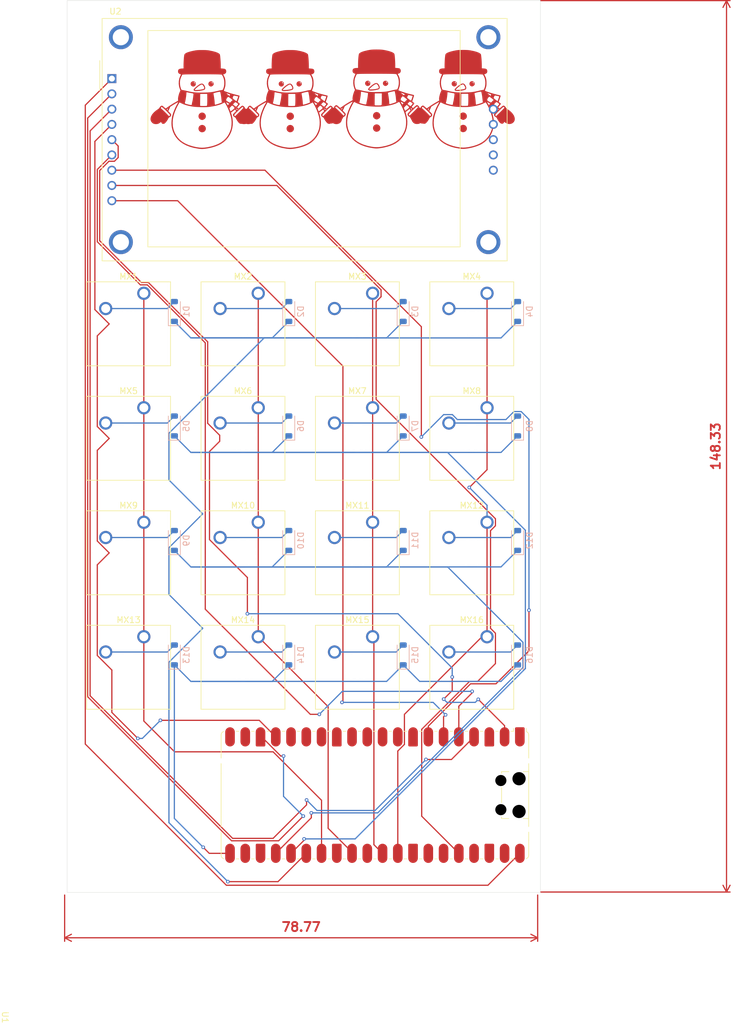
<source format=kicad_pcb>
(kicad_pcb (version 20241229) (generator "pcbnew") (generator_version "9.0")
  (layers (0 "F.Cu" signal) (2 "B.Cu" signal) (13 "F.Paste" user) (15 "B.Paste" user) (5 "F.SilkS" user "F.Silkscreen") (7 "B.SilkS" user "B.Silkscreen") (1 "F.Mask" user) (3 "B.Mask" user) (25 "Edge.Cuts" user))
  (net 0 "")
  (net 1 "Net-(D1-A)")
  (net 2 "Net-(D1-K)")
  (net 3 "Net-(D2-A)")
  (net 4 "Net-(D3-A)")
  (net 5 "Net-(D4-A)")
  (net 6 "Net-(D5-K)")
  (net 7 "Net-(D5-A)")
  (net 8 "Net-(D6-A)")
  (net 9 "Net-(D7-A)")
  (net 10 "Net-(D8-A)")
  (net 11 "Net-(D9-A)")
  (net 12 "Net-(D10-K)")
  (net 13 "Net-(D10-A)")
  (net 14 "Net-(D11-A)")
  (net 15 "Net-(D12-A)")
  (net 16 "Net-(D13-A)")
  (net 17 "Net-(D13-K)")
  (net 18 "Net-(D14-A)")
  (net 19 "Net-(D15-A)")
  (net 20 "Net-(D16-A)")
  (net 21 "Net-(U1-GPIO21)")
  (net 22 "Net-(U1-GPIO22)")
  (net 23 "Net-(U1-GPIO26_ADC0)")
  (net 24 "Net-(U1-GPIO27_ADC1)")
  (net 25 "Net-(U1-GPIO5)")
  (net 29 "Net-(U1-3V3)")
  (net 36 "Net-(U2-GND)")
  (net 37 "Net-(U1-GPIO4)")
  (net 39 "Net-(U1-GPIO2)")
  (net 41 "Net-(U1-VBUS)")
  (net 44 "Net-(U1-GPIO1)")
  (net 48 "Net-(U1-GPIO3)")
  (net 52 "Net-(U1-GPIO13)")
  (footprint "Button_Switch_Keyboard:SW_Cherry_MX_1.00u_PCB" (layer "F.Cu") (at 75.78 29.778414)
    (property "Reference" "MX2")
    (property "Value" "MX_SW_HS")
  )
  (footprint "Button_Switch_Keyboard:SW_Cherry_MX_1.00u_PCB" (layer "F.Cu") (at 94.83 67.878414)
    (property "Reference" "MX11")
    (property "Value" "MX_SW_HS")
  )
  (footprint "Button_Switch_Keyboard:SW_Cherry_MX_1.00u_PCB" (layer "F.Cu") (at 113.88 67.878414)
    (property "Reference" "MX12")
    (property "Value" "MX_SW_HS")
  )
  (footprint "clipboard:f52c6274-cc3d-4463-abc2-16d22dd2afe9" (layer "F.Cu") (at 95.66 -5.141586)
    (property "Reference" "")
    (property "Value" "")
  )
  (footprint "Button_Switch_Keyboard:SW_Cherry_MX_1.00u_PCB" (layer "F.Cu") (at 94.83 29.778414)
    (property "Reference" "MX3")
    (property "Value" "MX_SW_HS")
  )
  (footprint "Button_Switch_Keyboard:SW_Cherry_MX_1.00u_PCB" (layer "F.Cu") (at 94.83 48.828414)
    (property "Reference" "MX7")
    (property "Value" "MX_SW_HS")
  )
  (footprint "clipboard:f52c6274-cc3d-4463-abc2-16d22dd2afe9" (layer "F.Cu") (at 110.07 -5.07)
    (property "Reference" "")
    (property "Value" "")
  )
  (footprint "Button_Switch_Keyboard:SW_Cherry_MX_1.00u_PCB" (layer "F.Cu") (at 75.78 86.928414)
    (property "Reference" "MX14")
    (property "Value" "MX_SW_HS")
  )
  (footprint "Button_Switch_Keyboard:SW_Cherry_MX_1.00u_PCB" (layer "F.Cu") (at 56.73 67.878414)
    (property "Reference" "MX9")
    (property "Value" "MX_SW_HS")
  )
  (footprint "Button_Switch_Keyboard:SW_Cherry_MX_1.00u_PCB" (layer "F.Cu") (at 56.73 29.778414)
    (property "Reference" "MX1")
    (property "Value" "MX_SW_HS")
  )
  (footprint "Button_Switch_Keyboard:SW_Cherry_MX_1.00u_PCB" (layer "F.Cu") (at 113.88 86.928414)
    (property "Reference" "MX16")
    (property "Value" "MX_SW_HS")
  )
  (footprint "clipboard:f52c6274-cc3d-4463-abc2-16d22dd2afe9" (layer "F.Cu") (at 81.27 -5.051586)
    (property "Reference" "")
    (property "Value" "")
  )
  (footprint "Display:CR2013-MI2120" (layer "F.Cu") (at 51.4025 -5.941586)
    (property "Reference" "U2")
    (property "Value" "CR2013-MI2120")
  )
  (footprint "Button_Switch_Keyboard:SW_Cherry_MX_1.00u_PCB" (layer "F.Cu") (at 75.78 67.878414)
    (property "Reference" "MX10")
    (property "Value" "MX_SW_HS")
  )
  (footprint "clipboard:f52c6274-cc3d-4463-abc2-16d22dd2afe9" (layer "F.Cu") (at 66.6 -5.051586)
    (property "Reference" "")
    (property "Value" "")
  )
  (footprint "Button_Switch_Keyboard:SW_Cherry_MX_1.00u_PCB" (layer "F.Cu") (at 113.88 48.828414)
    (property "Reference" "MX8")
    (property "Value" "MX_SW_HS")
  )
  (footprint "Button_Switch_Keyboard:SW_Cherry_MX_1.00u_PCB" (layer "F.Cu") (at 56.73 48.828414)
    (property "Reference" "MX5")
    (property "Value" "MX_SW_HS")
  )
  (footprint "Button_Switch_Keyboard:SW_Cherry_MX_1.00u_PCB" (layer "F.Cu") (at 113.88 29.778414)
    (property "Reference" "MX4")
    (property "Value" "MX_SW_HS")
  )
  (footprint "Button_Switch_Keyboard:SW_Cherry_MX_1.00u_PCB" (layer "F.Cu") (at 56.73 86.928414)
    (property "Reference" "MX13")
    (property "Value" "MX_SW_HS")
  )
  (footprint "Module:RaspberryPi_Pico_Common_SMD" (layer "F.Cu") (at 95.21 113.278414 -90)
    (property "Reference" "U1")
    (property "Value" "Pico")
  )
  (footprint "Button_Switch_Keyboard:SW_Cherry_MX_1.00u_PCB" (layer "F.Cu") (at 94.83 86.928414)
    (property "Reference" "MX15")
    (property "Value" "MX_SW_HS")
  )
  (footprint "Button_Switch_Keyboard:SW_Cherry_MX_1.00u_PCB" (layer "F.Cu") (at 75.78 48.828414)
    (property "Reference" "MX6")
    (property "Value" "MX_SW_HS")
  )
  (footprint "Diode_SMD:D_SOD-123" (layer "B.Cu") (at 99.91 51.858414 90)
    (property "Reference" "D7")
    (property "Value" "D")
  )
  (footprint "Diode_SMD:D_SOD-123" (layer "B.Cu") (at 80.86 89.958414 90)
    (property "Reference" "D14")
    (property "Value" "D")
  )
  (footprint "Diode_SMD:D_SOD-123" (layer "B.Cu") (at 61.81 89.958414 90)
    (property "Reference" "D13")
    (property "Value" "D")
  )
  (footprint "Diode_SMD:D_SOD-123" (layer "B.Cu") (at 99.91 32.808414 90)
    (property "Reference" "D3")
    (property "Value" "D")
  )
  (footprint "Diode_SMD:D_SOD-123" (layer "B.Cu") (at 61.81 70.908414 90)
    (property "Reference" "D9")
    (property "Value" "D")
  )
  (footprint "Diode_SMD:D_SOD-123" (layer "B.Cu") (at 80.86 51.858414 90)
    (property "Reference" "D6")
    (property "Value" "D")
  )
  (footprint "Diode_SMD:D_SOD-123" (layer "B.Cu") (at 61.81 51.858414 90)
    (property "Reference" "D5")
    (property "Value" "D")
  )
  (footprint "Diode_SMD:D_SOD-123" (layer "B.Cu") (at 61.81 32.808414 90)
    (property "Reference" "D1")
    (property "Value" "D")
  )
  (footprint "Diode_SMD:D_SOD-123" (layer "B.Cu") (at 118.96 32.808414 90)
    (property "Reference" "D4")
    (property "Value" "D")
  )
  (footprint "Diode_SMD:D_SOD-123" (layer "B.Cu") (at 99.91 70.908414 90)
    (property "Reference" "D11")
    (property "Value" "D")
  )
  (footprint "Diode_SMD:D_SOD-123" (layer "B.Cu") (at 118.96 89.958414 90)
    (property "Reference" "D16")
    (property "Value" "D")
  )
  (footprint "Diode_SMD:D_SOD-123" (layer "B.Cu") (at 80.86 32.808414 90)
    (property "Reference" "D2")
    (property "Value" "D")
  )
  (footprint "Diode_SMD:D_SOD-123" (layer "B.Cu") (at 99.91 89.958414 90)
    (property "Reference" "D15")
    (property "Value" "D")
  )
  (footprint "Diode_SMD:D_SOD-123" (layer "B.Cu") (at 118.96 51.858414 90)
    (property "Reference" "D8")
    (property "Value" "D")
  )
  (footprint "Diode_SMD:D_SOD-123" (layer "B.Cu") (at 118.96 70.908414 90)
    (property "Reference" "D12")
    (property "Value" "D")
  )
  (footprint "Diode_SMD:D_SOD-123" (layer "B.Cu") (at 80.86 70.908414 90)
    (property "Reference" "D10")
    (property "Value" "D")
  )
  (gr_rect (start 43.96 -18.93) (end 122.77 129.48) (stroke (width 0.05)) (fill no) (layer "Edge.Cuts"))
  (dimension (type orthogonal) (layer "F.Cu") (pts (xy 122.31 129.408414) (xy 122.31 -18.921586)) (height 31.45) (orientation 1) (format (prefix "") (suffix "") (units 3) (units_format 0) (precision 4) (suppress_zeroes yes)) (style (thickness 0.2) (arrow_length 1.27) (text_position_mode 0) (arrow_direction outward) (extension_height 0.58642) (extension_offset 0.5) (keep_text_aligned yes)) (gr_text "148,33" (at 151.96 55.243414 90) (layer "F.Cu") (effects (font (size 1.5 1.5) (thickness 0.3)))))
  (dimension (type orthogonal) (layer "F.Cu") (pts (xy 122.31 129.408414) (xy 43.54 129.408414)) (height 7.611586) (orientation 0) (format (prefix "") (suffix "") (units 3) (units_format 0) (precision 4) (suppress_zeroes yes)) (style (thickness 0.2) (arrow_length 1.27) (text_position_mode 0) (arrow_direction outward) (extension_height 0.58642) (extension_offset 0.5) (keep_text_aligned yes)) (gr_text "78,77" (at 82.925 135.22 0) (layer "F.Cu") (effects (font (size 1.5 1.5) (thickness 0.3)))))
  (segment (start 60.65 32.318414) (end 61.81 31.158414) (width 0.2) (layer "B.Cu") (net 1))
  (segment (start 50.38 32.318414) (end 60.65 32.318414) (width 0.2) (layer "B.Cu") (net 1))
  (segment (start 79.07 127.678414) (end 83.78 122.968414) (width 0.2) (layer "F.Cu") (net 2))
  (segment (start 70.72 127.678414) (end 79.07 127.678414) (width 0.2) (layer "F.Cu") (net 2))
  (via (at 70.72 127.678414) (size 0.6) (drill 0.3) (layers "F.Cu" "B.Cu") (net 2))
  (segment (start 60.909 117.867414) (end 70.72 127.678414) (width 0.2) (layer "B.Cu") (net 2))
  (segment (start 60.909 91.159304) (end 60.909 117.867414) (width 0.2) (layer "B.Cu") (net 2))
  (segment (start 78.109 37.209414) (end 76.75889 37.209414) (width 0.2) (layer "B.Cu") (net 2))
  (segment (start 64.561 37.209414) (end 97.159 37.209414) (width 0.2) (layer "B.Cu") (net 2))
  (segment (start 60.909 79.895524) (end 66.54089 85.527414) (width 0.2) (layer "B.Cu") (net 2))
  (segment (start 64.561 37.209414) (end 116.209 37.209414) (width 0.2) (layer "B.Cu") (net 2))
  (segment (start 61.81 34.458414) (end 64.561 37.209414) (width 0.2) (layer "B.Cu") (net 2))
  (segment (start 60.909 53.059304) (end 60.909 60.845524) (width 0.2) (layer "B.Cu") (net 2))
  (segment (start 66.54089 85.527414) (end 60.909 91.159304) (width 0.2) (layer "B.Cu") (net 2))
  (segment (start 66.54089 66.477414) (end 60.909 72.109304) (width 0.2) (layer "B.Cu") (net 2))
  (segment (start 60.909 72.109304) (end 60.909 79.895524) (width 0.2) (layer "B.Cu") (net 2))
  (segment (start 76.75889 37.209414) (end 60.909 53.059304) (width 0.2) (layer "B.Cu") (net 2))
  (segment (start 78.109 37.209414) (end 80.86 34.458414) (width 0.2) (layer "B.Cu") (net 2))
  (segment (start 116.209 37.209414) (end 118.96 34.458414) (width 0.2) (layer "B.Cu") (net 2))
  (segment (start 60.909 60.845524) (end 66.54089 66.477414) (width 0.2) (layer "B.Cu") (net 2))
  (segment (start 64.561 37.209414) (end 78.109 37.209414) (width 0.2) (layer "B.Cu") (net 2))
  (segment (start 97.159 37.209414) (end 99.91 34.458414) (width 0.2) (layer "B.Cu") (net 2))
  (segment (start 79.7 32.318414) (end 80.86 31.158414) (width 0.2) (layer "B.Cu") (net 3))
  (segment (start 69.43 32.318414) (end 79.7 32.318414) (width 0.2) (layer "B.Cu") (net 3))
  (segment (start 88.48 32.318414) (end 98.75 32.318414) (width 0.2) (layer "B.Cu") (net 4))
  (segment (start 98.75 32.318414) (end 99.91 31.158414) (width 0.2) (layer "B.Cu") (net 4))
  (segment (start 107.53 32.318414) (end 117.8 32.318414) (width 0.2) (layer "B.Cu") (net 5))
  (segment (start 117.8 32.318414) (end 118.96 31.158414) (width 0.2) (layer "B.Cu") (net 5))
  (segment (start 83.42 120.788414) (end 81.24 122.968414) (width 0.2) (layer "F.Cu") (net 6))
  (segment (start 83.42 120.568414) (end 83.42 120.788414) (width 0.2) (layer "F.Cu") (net 6))
  (via (at 83.42 120.568414) (size 0.6) (drill 0.3) (layers "F.Cu" "B.Cu") (net 6))
  (segment (start 78.26 56.259414) (end 107.31111 56.259414) (width 0.2) (layer "B.Cu") (net 6))
  (segment (start 120.262 69.210304) (end 120.262 92.223624) (width 0.2) (layer "B.Cu") (net 6))
  (segment (start 78.26 56.259414) (end 116.209 56.259414) (width 0.2) (layer "B.Cu") (net 6))
  (segment (start 64.561 56.259414) (end 97.159 56.259414) (width 0.2) (layer "B.Cu") (net 6))
  (segment (start 64.561 56.259414) (end 78.26 56.259414) (width 0.2) (layer "B.Cu") (net 6))
  (segment (start 107.31111 56.259414) (end 120.262 69.210304) (width 0.2) (layer "B.Cu") (net 6))
  (segment (start 97.159 56.259414) (end 99.91 53.508414) (width 0.2) (layer "B.Cu") (net 6))
  (segment (start 64.561 56.259414) (end 78.109 56.259414) (width 0.2) (layer "B.Cu") (net 6))
  (segment (start 61.81 53.508414) (end 64.561 56.259414) (width 0.2) (layer "B.Cu") (net 6))
  (segment (start 78.109 56.259414) (end 80.86 53.508414) (width 0.2) (layer "B.Cu") (net 6))
  (segment (start 91.91721 120.568414) (end 83.42 120.568414) (width 0.2) (layer "B.Cu") (net 6))
  (segment (start 116.209 56.259414) (end 118.96 53.508414) (width 0.2) (layer "B.Cu") (net 6))
  (segment (start 120.262 92.223624) (end 91.91721 120.568414) (width 0.2) (layer "B.Cu") (net 6))
  (segment (start 60.65 51.368414) (end 61.81 50.208414) (width 0.2) (layer "B.Cu") (net 7))
  (segment (start 50.38 51.368414) (end 60.65 51.368414) (width 0.2) (layer "B.Cu") (net 7))
  (segment (start 69.43 51.368414) (end 79.7 51.368414) (width 0.2) (layer "B.Cu") (net 8))
  (segment (start 79.7 51.368414) (end 80.86 50.208414) (width 0.2) (layer "B.Cu") (net 8))
  (segment (start 98.75 51.368414) (end 99.91 50.208414) (width 0.2) (layer "B.Cu") (net 9))
  (segment (start 88.48 51.368414) (end 98.75 51.368414) (width 0.2) (layer "B.Cu") (net 9))
  (segment (start 107.53 51.368414) (end 117.8 51.368414) (width 0.2) (layer "B.Cu") (net 10))
  (segment (start 117.8 51.368414) (end 118.96 50.208414) (width 0.2) (layer "B.Cu") (net 10))
  (segment (start 60.65 70.418414) (end 61.81 69.258414) (width 0.2) (layer "B.Cu") (net 11))
  (segment (start 50.38 70.418414) (end 60.65 70.418414) (width 0.2) (layer "B.Cu") (net 11))
  (segment (start 84.62 116.238414) (end 84.62 117.048414) (width 0.2) (layer "F.Cu") (net 12))
  (segment (start 84.62 117.048414) (end 78.7 122.968414) (width 0.2) (layer "F.Cu") (net 12))
  (via (at 84.62 116.238414) (size 0.6) (drill 0.3) (layers "F.Cu" "B.Cu") (net 12))
  (segment (start 97.159 75.309414) (end 99.91 72.558414) (width 0.2) (layer "B.Cu") (net 12))
  (segment (start 78.109 75.309414) (end 107.31111 75.309414) (width 0.2) (layer "B.Cu") (net 12))
  (segment (start 116.209 75.309414) (end 118.96 72.558414) (width 0.2) (layer "B.Cu") (net 12))
  (segment (start 64.561 75.309414) (end 97.159 75.309414) (width 0.2) (layer "B.Cu") (net 12))
  (segment (start 64.561 75.309414) (end 78.109 75.309414) (width 0.2) (layer "B.Cu") (net 12))
  (segment (start 78.109 75.309414) (end 80.86 72.558414) (width 0.2) (layer "B.Cu") (net 12))
  (segment (start 64.561 75.309414) (end 116.209 75.309414) (width 0.2) (layer "B.Cu") (net 12))
  (segment (start 61.81 72.558414) (end 64.561 75.309414) (width 0.2) (layer "B.Cu") (net 12))
  (segment (start 107.31111 75.309414) (end 119.861 87.859304) (width 0.2) (layer "B.Cu") (net 12))
  (segment (start 119.861 92.057524) (end 95.68011 116.238414) (width 0.2) (layer "B.Cu") (net 12))
  (segment (start 95.68011 116.238414) (end 84.62 116.238414) (width 0.2) (layer "B.Cu") (net 12))
  (segment (start 119.861 87.859304) (end 119.861 92.057524) (width 0.2) (layer "B.Cu") (net 12))
  (segment (start 69.43 70.418414) (end 79.7 70.418414) (width 0.2) (layer "B.Cu") (net 13))
  (segment (start 79.7 70.418414) (end 80.86 69.258414) (width 0.2) (layer "B.Cu") (net 13))
  (segment (start 88.48 70.418414) (end 98.75 70.418414) (width 0.2) (layer "B.Cu") (net 14))
  (segment (start 98.75 70.418414) (end 99.91 69.258414) (width 0.2) (layer "B.Cu") (net 14))
  (segment (start 107.53 70.418414) (end 117.8 70.418414) (width 0.2) (layer "B.Cu") (net 15))
  (segment (start 117.8 70.418414) (end 118.96 69.258414) (width 0.2) (layer "B.Cu") (net 15))
  (segment (start 60.65 89.468414) (end 61.81 88.308414) (width 0.2) (layer "B.Cu") (net 16))
  (segment (start 50.38 89.468414) (end 60.65 89.468414) (width 0.2) (layer "B.Cu") (net 16))
  (segment (start 66.62 121.968414) (end 67.62 122.968414) (width 0.2) (layer "F.Cu") (net 17))
  (segment (start 67.62 122.968414) (end 71.08 122.968414) (width 0.2) (layer "F.Cu") (net 17))
  (via (at 66.62 121.968414) (size 0.6) (drill 0.3) (layers "F.Cu" "B.Cu") (net 17))
  (segment (start 97.159 94.359414) (end 99.91 91.608414) (width 0.2) (layer "B.Cu") (net 17))
  (segment (start 64.561 94.359414) (end 78.109 94.359414) (width 0.2) (layer "B.Cu") (net 17))
  (segment (start 61.81 91.608414) (end 61.81 117.158414) (width 0.2) (layer "B.Cu") (net 17))
  (segment (start 78.109 94.359414) (end 80.86 91.608414) (width 0.2) (layer "B.Cu") (net 17))
  (segment (start 61.81 91.608414) (end 64.561 94.359414) (width 0.2) (layer "B.Cu") (net 17))
  (segment (start 116.209 94.359414) (end 118.96 91.608414) (width 0.2) (layer "B.Cu") (net 17))
  (segment (start 61.81 117.158414) (end 66.62 121.968414) (width 0.2) (layer "B.Cu") (net 17))
  (segment (start 102.661 94.359414) (end 116.209 94.359414) (width 0.2) (layer "B.Cu") (net 17))
  (segment (start 99.91 91.608414) (end 102.661 94.359414) (width 0.2) (layer "B.Cu") (net 17))
  (segment (start 64.561 94.359414) (end 97.159 94.359414) (width 0.2) (layer "B.Cu") (net 17))
  (segment (start 69.43 89.468414) (end 79.7 89.468414) (width 0.2) (layer "B.Cu") (net 18))
  (segment (start 79.7 89.468414) (end 80.86 88.308414) (width 0.2) (layer "B.Cu") (net 18))
  (segment (start 88.48 89.468414) (end 98.75 89.468414) (width 0.2) (layer "B.Cu") (net 19))
  (segment (start 98.75 89.468414) (end 99.91 88.308414) (width 0.2) (layer "B.Cu") (net 19))
  (segment (start 107.53 89.468414) (end 117.8 89.468414) (width 0.2) (layer "B.Cu") (net 20))
  (segment (start 117.8 89.468414) (end 118.96 88.308414) (width 0.2) (layer "B.Cu") (net 20))
  (segment (start 78.251836 106.077414) (end 86.32 114.145578) (width 0.2) (layer "F.Cu") (net 21))
  (segment (start 56.73 48.828414) (end 56.73 29.778414) (width 0.2) (layer "F.Cu") (net 21))
  (segment (start 61.851 106.077414) (end 78.251836 106.077414) (width 0.2) (layer "F.Cu") (net 21))
  (segment (start 56.73 67.878414) (end 56.73 48.828414) (width 0.2) (layer "F.Cu") (net 21))
  (segment (start 56.73 86.928414) (end 56.73 67.878414) (width 0.2) (layer "F.Cu") (net 21))
  (segment (start 56.73 86.928414) (end 56.73 100.956414) (width 0.2) (layer "F.Cu") (net 21))
  (segment (start 56.73 100.956414) (end 61.851 106.077414) (width 0.2) (layer "F.Cu") (net 21))
  (segment (start 86.32 114.145578) (end 86.32 122.968414) (width 0.2) (layer "F.Cu") (net 21))
  (segment (start 91.4 122.785464) (end 91.4 122.968414) (width 0.2) (layer "F.Cu") (net 22))
  (segment (start 75.78 86.928414) (end 87.421 98.569414) (width 0.2) (layer "F.Cu") (net 22))
  (segment (start 75.78 86.928414) (end 75.78 67.878414) (width 0.2) (layer "F.Cu") (net 22))
  (segment (start 87.421 98.569414) (end 87.421 118.806464) (width 0.2) (layer "F.Cu") (net 22))
  (segment (start 75.78 48.828414) (end 75.78 29.778414) (width 0.2) (layer "F.Cu") (net 22))
  (segment (start 87.421 118.806464) (end 91.4 122.785464) (width 0.2) (layer "F.Cu") (net 22))
  (segment (start 75.78 67.878414) (end 75.78 48.828414) (width 0.2) (layer "F.Cu") (net 22))
  (segment (start 95.041 87.139414) (end 95.041 121.529414) (width 0.2) (layer "F.Cu") (net 23))
  (segment (start 95.041 121.529414) (end 96.48 122.968414) (width 0.2) (layer "F.Cu") (net 23))
  (segment (start 94.83 67.878414) (end 94.83 48.828414) (width 0.2) (layer "F.Cu") (net 23))
  (segment (start 94.83 86.928414) (end 94.83 67.878414) (width 0.2) (layer "F.Cu") (net 23))
  (segment (start 94.83 86.928414) (end 95.041 87.139414) (width 0.2) (layer "F.Cu") (net 23))
  (segment (start 94.83 48.828414) (end 94.83 29.778414) (width 0.2) (layer "F.Cu") (net 23))
  (segment (start 113.88 48.828414) (end 113.88 59.138414) (width 0.2) (layer "F.Cu") (net 24))
  (segment (start 113.88 86.928414) (end 113.88 67.878414) (width 0.2) (layer "F.Cu") (net 24))
  (segment (start 100.121 99.845884) (end 100.121 104.844464) (width 0.2) (layer "F.Cu") (net 24))
  (segment (start 113.88 59.138414) (end 110.924922 62.093492) (width 0.2) (layer "F.Cu") (net 24))
  (segment (start 113.88 48.828414) (end 113.88 29.778414) (width 0.2) (layer "F.Cu") (net 24))
  (segment (start 99.02 105.945464) (end 99.02 122.968414) (width 0.2) (layer "F.Cu") (net 24))
  (segment (start 100.121 104.844464) (end 99.02 105.945464) (width 0.2) (layer "F.Cu") (net 24))
  (segment (start 113.03847 86.928414) (end 100.121 99.845884) (width 0.2) (layer "F.Cu") (net 24))
  (segment (start 113.88 86.928414) (end 113.03847 86.928414) (width 0.2) (layer "F.Cu") (net 24))
  (via (at 110.924922 62.093492) (size 0.6) (drill 0.3) (layers "F.Cu" "B.Cu") (net 24))
  (segment (start 113.88 65.04857) (end 113.88 67.878414) (width 0.2) (layer "B.Cu") (net 24))
  (segment (start 110.924922 62.093492) (end 113.88 65.04857) (width 0.2) (layer "B.Cu") (net 24))
  (segment (start 120.862 89.264884) (end 115.36647 94.760414) (width 0.2) (layer "F.Cu") (net 25))
  (segment (start 104.1 101.798464) (end 104.1 103.588414) (width 0.2) (layer "F.Cu") (net 25))
  (segment (start 51.4025 9.298414) (end 76.898414 9.298414) (width 0.2) (layer "F.Cu") (net 25))
  (segment (start 76.898414 9.298414) (end 102.94 35.34) (width 0.2) (layer "F.Cu") (net 25))
  (segment (start 120.862 82.508414) (end 120.862 89.264884) (width 0.2) (layer "F.Cu") (net 25))
  (segment (start 111.13805 94.760414) (end 104.1 101.798464) (width 0.2) (layer "F.Cu") (net 25))
  (segment (start 102.94 35.34) (end 102.94 53.688414) (width 0.2) (layer "F.Cu") (net 25))
  (segment (start 115.36647 94.760414) (end 111.13805 94.760414) (width 0.2) (layer "F.Cu") (net 25))
  (via (at 102.94 53.688414) (size 0.6) (drill 0.3) (layers "F.Cu" "B.Cu") (net 25))
  (via (at 120.862 82.508414) (size 0.6) (drill 0.3) (layers "F.Cu" "B.Cu") (net 25))
  (segment (start 119.55911 49.457414) (end 120.862 50.760304) (width 0.2) (layer "B.Cu") (net 25))
  (segment (start 117.030204 50.7881) (end 118.36089 49.457414) (width 0.2) (layer "B.Cu") (net 25))
  (segment (start 108.110314 49.967414) (end 108.931 50.7881) (width 0.2) (layer "B.Cu") (net 25))
  (segment (start 108.931 50.7881) (end 117.030204 50.7881) (width 0.2) (layer "B.Cu") (net 25))
  (segment (start 106.661 49.967414) (end 108.110314 49.967414) (width 0.2) (layer "B.Cu") (net 25))
  (segment (start 102.94 53.688414) (end 106.661 49.967414) (width 0.2) (layer "B.Cu") (net 25))
  (segment (start 120.862 50.760304) (end 120.862 82.508414) (width 0.2) (layer "B.Cu") (net 25))
  (segment (start 118.36089 49.457414) (end 119.55911 49.457414) (width 0.2) (layer "B.Cu") (net 25))
  (segment (start 51.4025 11.838414) (end 78.871314 11.838414) (width 0.2) (layer "F.Cu") (net 29))
  (segment (start 102.999 102.332364) (end 102.999 116.787414) (width 0.2) (layer "F.Cu") (net 29))
  (segment (start 102.999 116.787414) (end 109.18 122.968414) (width 0.2) (layer "F.Cu") (net 29))
  (segment (start 114.460314 85.527414) (end 115.281 86.3481) (width 0.2) (layer "F.Cu") (net 29))
  (segment (start 115.281 67.2981) (end 115.281 68.458728) (width 0.2) (layer "F.Cu") (net 29))
  (segment (start 114.460314 69.279414) (end 114.460314 85.527414) (width 0.2) (layer "F.Cu") (net 29))
  (segment (start 112.313816 94.359414) (end 110.97195 94.359414) (width 0.2) (layer "F.Cu") (net 29))
  (segment (start 95.410314 47.427414) (end 115.281 67.2981) (width 0.2) (layer "F.Cu") (net 29))
  (segment (start 115.281 91.39223) (end 112.313816 94.359414) (width 0.2) (layer "F.Cu") (net 29))
  (segment (start 95.410314 31.179414) (end 95.410314 47.427414) (width 0.2) (layer "F.Cu") (net 29))
  (segment (start 110.97195 94.359414) (end 102.999 102.332364) (width 0.2) (layer "F.Cu") (net 29))
  (segment (start 96.231 29.1981) (end 96.231 30.358728) (width 0.2) (layer "F.Cu") (net 29))
  (segment (start 115.281 86.3481) (end 115.281 91.39223) (width 0.2) (layer "F.Cu") (net 29))
  (segment (start 115.281 68.458728) (end 114.460314 69.279414) (width 0.2) (layer "F.Cu") (net 29))
  (segment (start 78.871314 11.838414) (end 96.231 29.1981) (width 0.2) (layer "F.Cu") (net 29))
  (segment (start 96.231 30.358728) (end 95.410314 31.179414) (width 0.2) (layer "F.Cu") (net 29))
  (segment (start 47.379 0.621914) (end 47.379 96.914457) (width 0.2) (layer "F.Cu") (net 36))
  (segment (start 79.99 106.778414) (end 79.53295 106.778414) (width 0.2) (layer "F.Cu") (net 36))
  (segment (start 79.178 120.880414) (end 83.28 116.778414) (width 0.2) (layer "F.Cu") (net 36))
  (segment (start 47.379 96.914457) (end 71.344957 120.880414) (width 0.2) (layer "F.Cu") (net 36))
  (segment (start 71.344957 120.880414) (end 79.178 120.880414) (width 0.2) (layer "F.Cu") (net 36))
  (segment (start 76.34295 103.588414) (end 76.16 103.588414) (width 0.2) (layer "F.Cu") (net 36))
  (segment (start 51.4025 -3.401586) (end 47.379 0.621914) (width 0.2) (layer "F.Cu") (net 36))
  (segment (start 79.53295 106.778414) (end 76.34295 103.588414) (width 0.2) (layer "F.Cu") (net 36))
  (via (at 79.99 106.778414) (size 0.6) (drill 0.3) (layers "F.Cu" "B.Cu") (net 36))
  (via (at 83.28 116.778414) (size 0.6) (drill 0.3) (layers "F.Cu" "B.Cu") (net 36))
  (segment (start 83.28 116.778414) (end 79.99 113.488414) (width 0.2) (layer "B.Cu") (net 36))
  (segment (start 79.99 113.488414) (end 79.99 106.778414) (width 0.2) (layer "B.Cu") (net 36))
  (segment (start 89.881 41.8981) (end 89.881 97.697414) (width 0.2) (layer "F.Cu") (net 37))
  (segment (start 89.881 97.697414) (end 89.73 97.848414) (width 0.2) (layer "F.Cu") (net 37))
  (segment (start 51.4025 14.378414) (end 62.361314 14.378414) (width 0.2) (layer "F.Cu") (net 37))
  (segment (start 106.97 99.918414) (end 106.64 100.248414) (width 0.2) (layer "F.Cu") (net 37))
  (segment (start 62.361314 14.378414) (end 89.881 41.8981) (width 0.2) (layer "F.Cu") (net 37))
  (segment (start 106.64 100.248414) (end 106.64 103.588414) (width 0.2) (layer "F.Cu") (net 37))
  (via (at 106.97 99.918414) (size 0.6) (drill 0.3) (layers "F.Cu" "B.Cu") (net 37))
  (via (at 89.73 97.848414) (size 0.6) (drill 0.3) (layers "F.Cu" "B.Cu") (net 37))
  (segment (start 104.9 97.848414) (end 106.97 99.918414) (width 0.2) (layer "B.Cu") (net 37))
  (segment (start 89.73 97.848414) (end 104.9 97.848414) (width 0.2) (layer "B.Cu") (net 37))
  (segment (start 71.511057 120.479414) (end 78.251836 120.479414) (width 0.2) (layer "F.Cu") (net 39))
  (segment (start 83.83 114.90125) (end 83.83 114.098414) (width 0.2) (layer "F.Cu") (net 39))
  (segment (start 107.95421 107.354204) (end 111.72 103.588414) (width 0.2) (layer "F.Cu") (net 39))
  (segment (start 51.4025 -0.861586) (end 47.78 2.760914) (width 0.2) (layer "F.Cu") (net 39))
  (segment (start 78.251836 120.479414) (end 83.83 114.90125) (width 0.2) (layer "F.Cu") (net 39))
  (segment (start 103.71579 107.354204) (end 107.95421 107.354204) (width 0.2) (layer "F.Cu") (net 39))
  (segment (start 47.78 2.760914) (end 47.78 96.748357) (width 0.2) (layer "F.Cu") (net 39))
  (segment (start 47.78 96.748357) (end 71.511057 120.479414) (width 0.2) (layer "F.Cu") (net 39))
  (via (at 103.71579 107.354204) (size 0.6) (drill 0.3) (layers "F.Cu" "B.Cu") (net 39))
  (via (at 83.83 114.098414) (size 0.6) (drill 0.3) (layers "F.Cu" "B.Cu") (net 39))
  (segment (start 95.23258 115.837414) (end 103.71579 107.354204) (width 0.2) (layer "B.Cu") (net 39))
  (segment (start 83.83 114.098414) (end 85.569 115.837414) (width 0.2) (layer "B.Cu") (net 39))
  (segment (start 85.569 115.837414) (end 95.23258 115.837414) (width 0.2) (layer "B.Cu") (net 39))
  (segment (start 70.471057 128.279414) (end 114.029 128.279414) (width 0.2) (layer "F.Cu") (net 41))
  (segment (start 46.978 -1.517086) (end 46.978 104.786357) (width 0.2) (layer "F.Cu") (net 41))
  (segment (start 51.4025 -5.941586) (end 46.978 -1.517086) (width 0.2) (layer "F.Cu") (net 41))
  (segment (start 114.029 128.279414) (end 119.34 122.968414) (width 0.2) (layer "F.Cu") (net 41))
  (segment (start 46.978 104.786357) (end 70.471057 128.279414) (width 0.2) (layer "F.Cu") (net 41))
  (segment (start 67.66253 70.762474) (end 73.97 77.069944) (width 0.2) (layer "F.Cu") (net 44))
  (segment (start 112.42 97.348414) (end 116.8 101.728414) (width 0.2) (layer "F.Cu") (net 44))
  (segment (start 116.8 101.728414) (end 116.8 103.588414) (width 0.2) (layer "F.Cu") (net 44))
  (segment (start 52.4535 5.269414) (end 52.4535 7.193753) (width 0.2) (layer "F.Cu") (net 44))
  (segment (start 52.4535 7.193753) (end 51.837839 7.809414) (width 0.2) (layer "F.Cu") (net 44))
  (segment (start 56.315786 27.976414) (end 57.476414 27.976414) (width 0.2) (layer "F.Cu") (net 44))
  (segment (start 57.476414 27.976414) (end 67.36 37.86) (width 0.2) (layer "F.Cu") (net 44))
  (segment (start 73.97 77.069944) (end 73.97 83.098414) (width 0.2) (layer "F.Cu") (net 44))
  (segment (start 50.9186 7.809414) (end 49.38 9.348014) (width 0.2) (layer "F.Cu") (net 44))
  (segment (start 108.08 93.628414) (end 108.08 95.888414) (width 0.2) (layer "F.Cu") (net 44))
  (segment (start 108.08 95.888414) (end 106.66 97.308414) (width 0.2) (layer "F.Cu") (net 44))
  (segment (start 51.837839 7.809414) (end 50.9186 7.809414) (width 0.2) (layer "F.Cu") (net 44))
  (segment (start 69.361 53.410944) (end 69.361 54.405884) (width 0.2) (layer "F.Cu") (net 44))
  (segment (start 67.36 51.409944) (end 69.361 53.410944) (width 0.2) (layer "F.Cu") (net 44))
  (segment (start 69.361 54.405884) (end 67.66253 56.104354) (width 0.2) (layer "F.Cu") (net 44))
  (segment (start 49.38 9.348014) (end 49.38 21.040628) (width 0.2) (layer "F.Cu") (net 44))
  (segment (start 67.36 37.86) (end 67.36 51.409944) (width 0.2) (layer "F.Cu") (net 44))
  (segment (start 49.38 21.040628) (end 56.315786 27.976414) (width 0.2) (layer "F.Cu") (net 44))
  (segment (start 51.4025 4.218414) (end 52.4535 5.269414) (width 0.2) (layer "F.Cu") (net 44))
  (segment (start 67.66253 56.104354) (end 67.66253 70.762474) (width 0.2) (layer "F.Cu") (net 44))
  (via (at 106.66 97.308414) (size 0.6) (drill 0.3) (layers "F.Cu" "B.Cu") (net 44))
  (via (at 112.42 97.348414) (size 0.6) (drill 0.3) (layers "F.Cu" "B.Cu") (net 44))
  (via (at 108.08 93.628414) (size 0.6) (drill 0.3) (layers "F.Cu" "B.Cu") (net 44))
  (via (at 73.97 83.098414) (size 0.6) (drill 0.3) (layers "F.Cu" "B.Cu") (net 44))
  (segment (start 111.92 97.848414) (end 112.42 97.348414) (width 0.2) (layer "B.Cu") (net 44))
  (segment (start 106.66 97.308414) (end 107.2 97.848414) (width 0.2) (layer "B.Cu") (net 44))
  (segment (start 107.2 97.848414) (end 111.92 97.848414) (width 0.2) (layer "B.Cu") (net 44))
  (segment (start 108.08 92.129944) (end 108.08 93.628414) (width 0.2) (layer "B.Cu") (net 44))
  (segment (start 73.97 83.098414) (end 99.04847 83.098414) (width 0.2) (layer "B.Cu") (net 44))
  (segment (start 99.04847 83.098414) (end 108.08 92.129944) (width 0.2) (layer "B.Cu") (net 44))
  (segment (start 109.18 98.488414) (end 109.18 103.588414) (width 0.2) (layer "F.Cu") (net 48))
  (segment (start 66.959 82.345884) (end 84.45153 99.838414) (width 0.2) (layer "F.Cu") (net 48))
  (segment (start 56.149686 28.377414) (end 57.310314 28.377414) (width 0.2) (layer "F.Cu") (net 48))
  (segment (start 66.959 38.0261) (end 66.959 82.345884) (width 0.2) (layer "F.Cu") (net 48))
  (segment (start 48.979 9.181914) (end 48.979 21.206728) (width 0.2) (layer "F.Cu") (net 48))
  (segment (start 57.310314 28.377414) (end 66.959 38.0261) (width 0.2) (layer "F.Cu") (net 48))
  (segment (start 111.4 96.268414) (end 109.18 98.488414) (width 0.2) (layer "F.Cu") (net 48))
  (segment (start 84.45153 99.838414) (end 85.95 99.838414) (width 0.2) (layer "F.Cu") (net 48))
  (segment (start 111.4 96.018414) (end 111.4 96.268414) (width 0.2) (layer "F.Cu") (net 48))
  (segment (start 51.4025 6.758414) (end 48.979 9.181914) (width 0.2) (layer "F.Cu") (net 48))
  (segment (start 48.979 21.206728) (end 56.149686 28.377414) (width 0.2) (layer "F.Cu") (net 48))
  (via (at 85.95 99.838414) (size 0.6) (drill 0.3) (layers "F.Cu" "B.Cu") (net 48))
  (via (at 111.4 96.018414) (size 0.6) (drill 0.3) (layers "F.Cu" "B.Cu") (net 48))
  (segment (start 89.77 96.018414) (end 111.4 96.018414) (width 0.2) (layer "B.Cu") (net 48))
  (segment (start 85.95 99.838414) (end 89.77 96.018414) (width 0.2) (layer "B.Cu") (net 48))
  (segment (start 51.4025 1.678414) (end 48.578 4.502914) (width 0.2) (layer "F.Cu") (net 52))
  (segment (start 51.4025 99.520914) (end 55.73 103.848414) (width 0.2) (layer "F.Cu") (net 52))
  (segment (start 59.49 100.838414) (end 75.95 100.838414) (width 0.2) (layer "F.Cu") (net 52))
  (segment (start 48.979 70.998728) (end 50.960314 72.980042) (width 0.2) (layer "F.Cu") (net 52))
  (segment (start 51.4025 92.472228) (end 51.4025 99.520914) (width 0.2) (layer "F.Cu") (net 52))
  (segment (start 75.95 100.838414) (end 78.7 103.588414) (width 0.2) (layer "F.Cu") (net 52))
  (segment (start 48.578 32.497728) (end 50.960314 34.880042) (width 0.2) (layer "F.Cu") (net 52))
  (segment (start 48.979 51.948728) (end 50.960314 53.930042) (width 0.2) (layer "F.Cu") (net 52))
  (segment (start 48.979 55.911356) (end 48.979 70.998728) (width 0.2) (layer "F.Cu") (net 52))
  (segment (start 50.960314 53.930042) (end 48.979 55.911356) (width 0.2) (layer "F.Cu") (net 52))
  (segment (start 48.578 4.502914) (end 48.578 32.497728) (width 0.2) (layer "F.Cu") (net 52))
  (segment (start 50.960314 72.980042) (end 48.979 74.961356) (width 0.2) (layer "F.Cu") (net 52))
  (segment (start 48.979 90.048728) (end 51.4025 92.472228) (width 0.2) (layer "F.Cu") (net 52))
  (segment (start 48.979 74.961356) (end 48.979 90.048728) (width 0.2) (layer "F.Cu") (net 52))
  (segment (start 50.960314 34.880042) (end 48.979 36.861356) (width 0.2) (layer "F.Cu") (net 52))
  (segment (start 48.979 36.861356) (end 48.979 51.948728) (width 0.2) (layer "F.Cu") (net 52))
  (via (at 55.73 103.848414) (size 0.6) (drill 0.3) (layers "F.Cu" "B.Cu") (net 52))
  (via (at 59.49 100.838414) (size 0.6) (drill 0.3) (layers "F.Cu" "B.Cu") (net 52))
  (segment (start 55.73 103.848414) (end 56.48 103.848414) (width 0.2) (layer "B.Cu") (net 52))
  (segment (start 56.48 103.848414) (end 59.49 100.838414) (width 0.2) (layer "B.Cu") (net 52))
)
</source>
